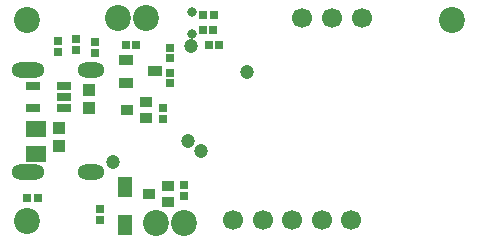
<source format=gbs>
G04 Layer_Color=16711935*
%FSLAX44Y44*%
%MOMM*%
G71*
G01*
G75*
%ADD21R,1.0000X0.9000*%
%ADD66R,0.8000X0.8000*%
%ADD73R,0.8000X0.8000*%
%ADD79R,1.1000X1.0000*%
%ADD94C,2.2000*%
%ADD95C,0.8000*%
%ADD96O,2.7989X1.3000*%
%ADD97O,2.3000X1.3000*%
%ADD98O,2.2989X1.3000*%
%ADD99R,1.7500X1.3500*%
%ADD100R,1.3000X0.8000*%
%ADD101R,1.3000X1.7000*%
%ADD102R,1.2000X0.8500*%
%ADD103C,1.7000*%
%ADD104C,1.2000*%
D21*
X116000Y116000D02*
D03*
Y103000D02*
D03*
X99500Y109500D02*
D03*
X134498Y44750D02*
D03*
Y31750D02*
D03*
X117998Y38250D02*
D03*
D66*
X41000Y167750D02*
D03*
Y158750D02*
D03*
X56216Y169503D02*
D03*
Y160502D02*
D03*
X77000Y16500D02*
D03*
Y25500D02*
D03*
X129753Y111000D02*
D03*
Y102000D02*
D03*
X135743Y153002D02*
D03*
Y162003D02*
D03*
Y132000D02*
D03*
Y141000D02*
D03*
X73000Y167000D02*
D03*
Y158000D02*
D03*
X148250Y36750D02*
D03*
Y45750D02*
D03*
D73*
X107500Y164505D02*
D03*
X98500D02*
D03*
X24000Y34500D02*
D03*
X15000D02*
D03*
X177750Y164742D02*
D03*
X168750D02*
D03*
X164000Y189497D02*
D03*
X173000D02*
D03*
X163755Y177494D02*
D03*
X172755D02*
D03*
D79*
X67761Y126250D02*
D03*
Y111250D02*
D03*
X41748Y78975D02*
D03*
Y93975D02*
D03*
D94*
X375250Y185250D02*
D03*
X15250Y15250D02*
D03*
X15250Y185250D02*
D03*
X148250Y13500D02*
D03*
X124500D02*
D03*
X115718Y187000D02*
D03*
X91968D02*
D03*
D95*
X154500Y174000D02*
D03*
Y192000D02*
D03*
D96*
X15781Y56568D02*
D03*
Y142958D02*
D03*
D97*
X69387D02*
D03*
D98*
X69390Y56568D02*
D03*
D99*
X22745Y93225D02*
D03*
Y71725D02*
D03*
D100*
X46007Y129727D02*
D03*
Y120227D02*
D03*
Y110727D02*
D03*
X20007D02*
D03*
Y129727D02*
D03*
D101*
X98245Y12000D02*
D03*
Y44000D02*
D03*
D102*
X123241Y142002D02*
D03*
X99241Y151502D02*
D03*
Y132502D02*
D03*
D103*
X248250Y187250D02*
D03*
X273250D02*
D03*
X298250D02*
D03*
X189500Y16250D02*
D03*
X214500D02*
D03*
X289500D02*
D03*
X264500D02*
D03*
X239500D02*
D03*
D104*
X151000Y82750D02*
D03*
X87750Y65000D02*
D03*
X162706Y74643D02*
D03*
X153758Y163399D02*
D03*
X201000Y141250D02*
D03*
M02*

</source>
